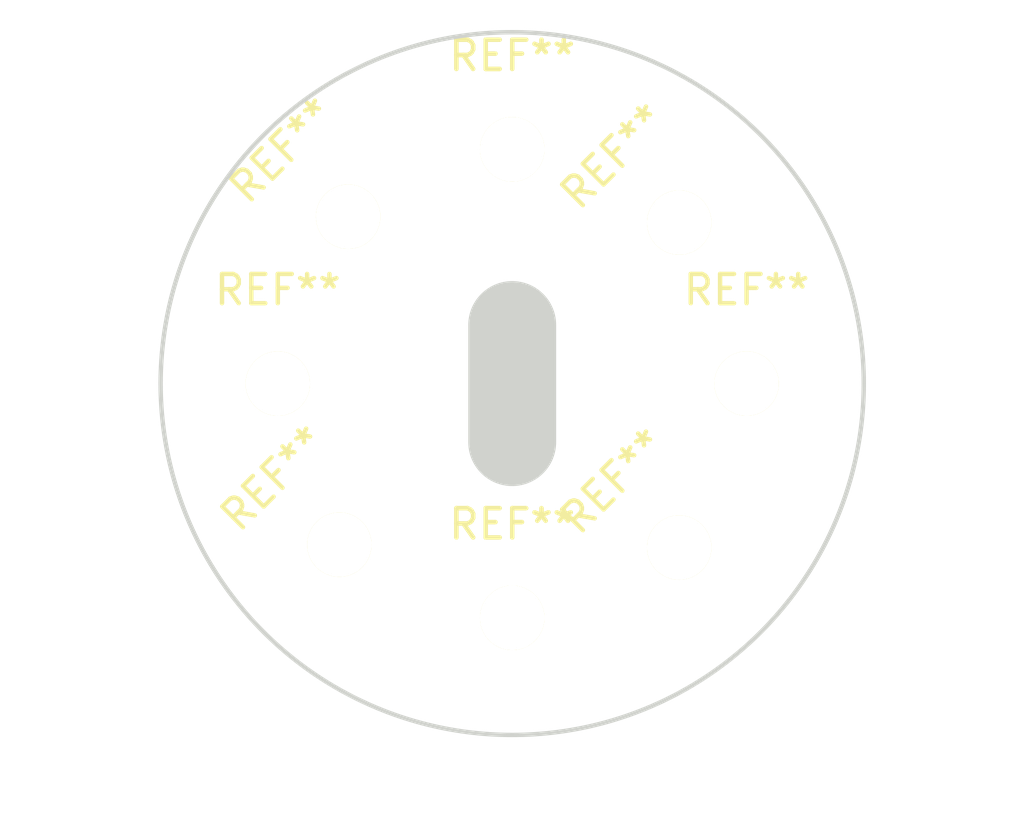
<source format=kicad_pcb>
(kicad_pcb (version 4) (host pcbnew 4.0.1-2.201512121406+6195~38~ubuntu14.04.1-stable)

  (general
    (links 0)
    (no_connects 0)
    (area 0 0 0 0)
    (thickness 1.6)
    (drawings 5)
    (tracks 0)
    (zones 0)
    (modules 10)
    (nets 1)
  )

  (page A4)
  (layers
    (0 F.Cu signal)
    (31 B.Cu signal)
    (32 B.Adhes user)
    (33 F.Adhes user)
    (34 B.Paste user)
    (35 F.Paste user)
    (36 B.SilkS user)
    (37 F.SilkS user)
    (38 B.Mask user)
    (39 F.Mask user)
    (40 Dwgs.User user)
    (41 Cmts.User user)
    (42 Eco1.User user)
    (43 Eco2.User user)
    (44 Edge.Cuts user)
    (45 Margin user)
    (46 B.CrtYd user)
    (47 F.CrtYd user)
    (48 B.Fab user)
    (49 F.Fab user)
  )

  (setup
    (last_trace_width 0.25)
    (trace_clearance 0.2)
    (zone_clearance 0.508)
    (zone_45_only no)
    (trace_min 0.2)
    (segment_width 0.2)
    (edge_width 0.15)
    (via_size 0.6)
    (via_drill 0.4)
    (via_min_size 0.4)
    (via_min_drill 0.3)
    (uvia_size 0.3)
    (uvia_drill 0.1)
    (uvias_allowed no)
    (uvia_min_size 0.2)
    (uvia_min_drill 0.1)
    (pcb_text_width 0.3)
    (pcb_text_size 1.5 1.5)
    (mod_edge_width 0.15)
    (mod_text_size 1 1)
    (mod_text_width 0.15)
    (pad_size 1.524 1.524)
    (pad_drill 0.762)
    (pad_to_mask_clearance 0.2)
    (aux_axis_origin 0 0)
    (visible_elements FFFCFF7F)
    (pcbplotparams
      (layerselection 0x00030_80000001)
      (usegerberextensions false)
      (excludeedgelayer true)
      (linewidth 0.150000)
      (plotframeref false)
      (viasonmask false)
      (mode 1)
      (useauxorigin false)
      (hpglpennumber 1)
      (hpglpenspeed 20)
      (hpglpendiameter 15)
      (hpglpenoverlay 2)
      (psnegative false)
      (psa4output false)
      (plotreference true)
      (plotvalue true)
      (plotinvisibletext false)
      (padsonsilk false)
      (subtractmaskfromsilk false)
      (outputformat 1)
      (mirror false)
      (drillshape 1)
      (scaleselection 1)
      (outputdirectory ""))
  )

  (net 0 "")

  (net_class Default "This is the default net class."
    (clearance 0.2)
    (trace_width 0.25)
    (via_dia 0.6)
    (via_drill 0.4)
    (uvia_dia 0.3)
    (uvia_drill 0.1)
  )

  (module Mounting_Holes:MountingHole_2.2mm_M2 (layer F.Cu) (tedit 56D1B4CB) (tstamp 571683F1)
    (at 94.1 105.5 45)
    (descr "Mounting Hole 2.2mm, no annular, M2")
    (tags "mounting hole 2.2mm no annular m2")
    (fp_text reference REF** (at 0 -3.2 45) (layer F.SilkS)
      (effects (font (size 1 1) (thickness 0.15)))
    )
    (fp_text value MountingHole_2.2mm_M2 (at 0 3.2 45) (layer F.Fab)
      (effects (font (size 1 1) (thickness 0.15)))
    )
    (fp_circle (center 0 0) (end 2.2 0) (layer Cmts.User) (width 0.15))
    (fp_circle (center 0 0) (end 2.45 0) (layer F.CrtYd) (width 0.05))
    (pad 1 np_thru_hole circle (at 0 0 45) (size 2.2 2.2) (drill 2.2) (layers *.Cu *.Mask F.SilkS))
  )

  (module Mounting_Holes:MountingHole_2.2mm_M2 (layer F.Cu) (tedit 56D1B4CB) (tstamp 571683EB)
    (at 94.4 94.3 45)
    (descr "Mounting Hole 2.2mm, no annular, M2")
    (tags "mounting hole 2.2mm no annular m2")
    (fp_text reference REF** (at 0 -3.2 45) (layer F.SilkS)
      (effects (font (size 1 1) (thickness 0.15)))
    )
    (fp_text value MountingHole_2.2mm_M2 (at 0 3.2 45) (layer F.Fab)
      (effects (font (size 1 1) (thickness 0.15)))
    )
    (fp_circle (center 0 0) (end 2.2 0) (layer Cmts.User) (width 0.15))
    (fp_circle (center 0 0) (end 2.45 0) (layer F.CrtYd) (width 0.05))
    (pad 1 np_thru_hole circle (at 0 0 45) (size 2.2 2.2) (drill 2.2) (layers *.Cu *.Mask F.SilkS))
  )

  (module Mounting_Holes:MountingHole_2.2mm_M2 (layer F.Cu) (tedit 56D1B4CB) (tstamp 571683E5)
    (at 105.7 94.5 45)
    (descr "Mounting Hole 2.2mm, no annular, M2")
    (tags "mounting hole 2.2mm no annular m2")
    (fp_text reference REF** (at 0 -3.2 45) (layer F.SilkS)
      (effects (font (size 1 1) (thickness 0.15)))
    )
    (fp_text value MountingHole_2.2mm_M2 (at 0 3.2 45) (layer F.Fab)
      (effects (font (size 1 1) (thickness 0.15)))
    )
    (fp_circle (center 0 0) (end 2.2 0) (layer Cmts.User) (width 0.15))
    (fp_circle (center 0 0) (end 2.45 0) (layer F.CrtYd) (width 0.05))
    (pad 1 np_thru_hole circle (at 0 0 45) (size 2.2 2.2) (drill 2.2) (layers *.Cu *.Mask F.SilkS))
  )

  (module Mounting_Holes:MountingHole_2.2mm_M2 (layer F.Cu) (tedit 56D1B4CB) (tstamp 571683DF)
    (at 105.7 105.6 45)
    (descr "Mounting Hole 2.2mm, no annular, M2")
    (tags "mounting hole 2.2mm no annular m2")
    (fp_text reference REF** (at 0 -3.2 45) (layer F.SilkS)
      (effects (font (size 1 1) (thickness 0.15)))
    )
    (fp_text value MountingHole_2.2mm_M2 (at 0 3.2 45) (layer F.Fab)
      (effects (font (size 1 1) (thickness 0.15)))
    )
    (fp_circle (center 0 0) (end 2.2 0) (layer Cmts.User) (width 0.15))
    (fp_circle (center 0 0) (end 2.45 0) (layer F.CrtYd) (width 0.05))
    (pad 1 np_thru_hole circle (at 0 0 45) (size 2.2 2.2) (drill 2.2) (layers *.Cu *.Mask F.SilkS))
  )

  (module Mounting_Holes:MountingHole_2.2mm_M2 (layer F.Cu) (tedit 56D1B4CB) (tstamp 571683A1)
    (at 100 108)
    (descr "Mounting Hole 2.2mm, no annular, M2")
    (tags "mounting hole 2.2mm no annular m2")
    (fp_text reference REF** (at 0 -3.2) (layer F.SilkS)
      (effects (font (size 1 1) (thickness 0.15)))
    )
    (fp_text value MountingHole_2.2mm_M2 (at 0 3.2) (layer F.Fab)
      (effects (font (size 1 1) (thickness 0.15)))
    )
    (fp_circle (center 0 0) (end 2.2 0) (layer Cmts.User) (width 0.15))
    (fp_circle (center 0 0) (end 2.45 0) (layer F.CrtYd) (width 0.05))
    (pad 1 np_thru_hole circle (at 0 0) (size 2.2 2.2) (drill 2.2) (layers *.Cu *.Mask F.SilkS))
  )

  (module Mounting_Holes:MountingHole_2.2mm_M2 (layer F.Cu) (tedit 56D1B4CB) (tstamp 5716839B)
    (at 100 92)
    (descr "Mounting Hole 2.2mm, no annular, M2")
    (tags "mounting hole 2.2mm no annular m2")
    (fp_text reference REF** (at 0 -3.2) (layer F.SilkS)
      (effects (font (size 1 1) (thickness 0.15)))
    )
    (fp_text value MountingHole_2.2mm_M2 (at 0 3.2) (layer F.Fab)
      (effects (font (size 1 1) (thickness 0.15)))
    )
    (fp_circle (center 0 0) (end 2.2 0) (layer Cmts.User) (width 0.15))
    (fp_circle (center 0 0) (end 2.45 0) (layer F.CrtYd) (width 0.05))
    (pad 1 np_thru_hole circle (at 0 0) (size 2.2 2.2) (drill 2.2) (layers *.Cu *.Mask F.SilkS))
  )

  (module Mounting_Holes:MountingHole_2.2mm_M2 (layer F.Cu) (tedit 56D1B4CB) (tstamp 5716832E)
    (at 92 100)
    (descr "Mounting Hole 2.2mm, no annular, M2")
    (tags "mounting hole 2.2mm no annular m2")
    (fp_text reference REF** (at 0 -3.2) (layer F.SilkS)
      (effects (font (size 1 1) (thickness 0.15)))
    )
    (fp_text value MountingHole_2.2mm_M2 (at 0 3.2) (layer F.Fab)
      (effects (font (size 1 1) (thickness 0.15)))
    )
    (fp_circle (center 0 0) (end 2.2 0) (layer Cmts.User) (width 0.15))
    (fp_circle (center 0 0) (end 2.45 0) (layer F.CrtYd) (width 0.05))
    (pad 1 np_thru_hole circle (at 0 0) (size 2.2 2.2) (drill 2.2) (layers *.Cu *.Mask F.SilkS))
  )

  (module Mounting_Holes:MountingHole_2.2mm_M2 (layer F.Cu) (tedit 56D1B4CB) (tstamp 5716831F)
    (at 108 100)
    (descr "Mounting Hole 2.2mm, no annular, M2")
    (tags "mounting hole 2.2mm no annular m2")
    (fp_text reference REF** (at 0 -3.2) (layer F.SilkS)
      (effects (font (size 1 1) (thickness 0.15)))
    )
    (fp_text value MountingHole_2.2mm_M2 (at 0 3.2) (layer F.Fab)
      (effects (font (size 1 1) (thickness 0.15)))
    )
    (fp_circle (center 0 0) (end 2.2 0) (layer Cmts.User) (width 0.15))
    (fp_circle (center 0 0) (end 2.45 0) (layer F.CrtYd) (width 0.05))
    (pad 1 np_thru_hole circle (at 0 0) (size 2.2 2.2) (drill 2.2) (layers *.Cu *.Mask F.SilkS))
  )

  (module Mounting_Holes:MountingHole_2.2mm_M2 (layer F.Cu) (tedit 56D1B4CB) (tstamp 57168307)
    (at 100 92)
    (descr "Mounting Hole 2.2mm, no annular, M2")
    (tags "mounting hole 2.2mm no annular m2")
    (fp_text reference REF** (at 0 -3.2) (layer F.SilkS)
      (effects (font (size 1 1) (thickness 0.15)))
    )
    (fp_text value MountingHole_2.2mm_M2 (at 0 3.2) (layer F.Fab)
      (effects (font (size 1 1) (thickness 0.15)))
    )
    (fp_circle (center 0 0) (end 2.2 0) (layer Cmts.User) (width 0.15))
    (fp_circle (center 0 0) (end 2.45 0) (layer F.CrtYd) (width 0.05))
    (pad 1 np_thru_hole circle (at 0 0) (size 2.2 2.2) (drill 2.2) (layers *.Cu *.Mask F.SilkS))
  )

  (module Mounting_Holes:MountingHole_2.2mm_M2 (layer F.Cu) (tedit 56D1B4CB) (tstamp 571682D0)
    (at 100 108)
    (descr "Mounting Hole 2.2mm, no annular, M2")
    (tags "mounting hole 2.2mm no annular m2")
    (fp_text reference REF** (at 0 -3.2) (layer F.SilkS)
      (effects (font (size 1 1) (thickness 0.15)))
    )
    (fp_text value MountingHole_2.2mm_M2 (at 0 3.2) (layer F.Fab)
      (effects (font (size 1 1) (thickness 0.15)))
    )
    (fp_circle (center 0 0) (end 2.2 0) (layer Cmts.User) (width 0.15))
    (fp_circle (center 0 0) (end 2.45 0) (layer F.CrtYd) (width 0.05))
    (pad 1 np_thru_hole circle (at 0 0) (size 2.2 2.2) (drill 2.2) (layers *.Cu *.Mask F.SilkS))
  )

  (gr_circle (center 100 100) (end 108 100) (layer Eco1.User) (width 0.2))
  (gr_line (start 100 98) (end 100 102) (angle 90) (layer Edge.Cuts) (width 3))
  (gr_line (start 100 87) (end 100 113) (angle 90) (layer Eco1.User) (width 0.2))
  (gr_line (start 87 100) (end 113 100) (angle 90) (layer Eco1.User) (width 0.2))
  (gr_circle (center 100 100) (end 112 100) (layer Edge.Cuts) (width 0.15))

)

</source>
